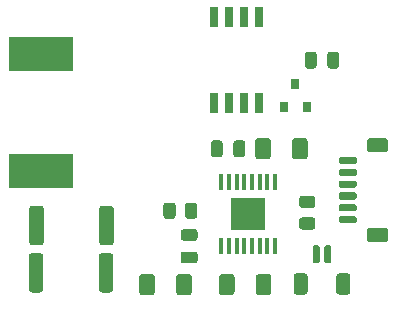
<source format=gbr>
%TF.GenerationSoftware,KiCad,Pcbnew,(5.1.9)-1*%
%TF.CreationDate,2021-04-21T23:55:58+08:00*%
%TF.ProjectId,xhp70-driver,78687037-302d-4647-9269-7665722e6b69,rev?*%
%TF.SameCoordinates,Original*%
%TF.FileFunction,Paste,Top*%
%TF.FilePolarity,Positive*%
%FSLAX46Y46*%
G04 Gerber Fmt 4.6, Leading zero omitted, Abs format (unit mm)*
G04 Created by KiCad (PCBNEW (5.1.9)-1) date 2021-04-21 23:55:58*
%MOMM*%
%LPD*%
G01*
G04 APERTURE LIST*
%ADD10R,0.800000X0.900000*%
%ADD11R,0.650000X1.700000*%
%ADD12R,2.940000X2.720000*%
%ADD13R,0.350000X1.400000*%
%ADD14R,5.400000X2.900000*%
G04 APERTURE END LIST*
D10*
%TO.C,U3*%
X146000000Y-58000000D03*
X146950000Y-60000000D03*
X145050000Y-60000000D03*
%TD*%
%TO.C,C8*%
G36*
G01*
X148700000Y-56475000D02*
X148700000Y-55525000D01*
G75*
G02*
X148950000Y-55275000I250000J0D01*
G01*
X149450000Y-55275000D01*
G75*
G02*
X149700000Y-55525000I0J-250000D01*
G01*
X149700000Y-56475000D01*
G75*
G02*
X149450000Y-56725000I-250000J0D01*
G01*
X148950000Y-56725000D01*
G75*
G02*
X148700000Y-56475000I0J250000D01*
G01*
G37*
G36*
G01*
X146800000Y-56475000D02*
X146800000Y-55525000D01*
G75*
G02*
X147050000Y-55275000I250000J0D01*
G01*
X147550000Y-55275000D01*
G75*
G02*
X147800000Y-55525000I0J-250000D01*
G01*
X147800000Y-56475000D01*
G75*
G02*
X147550000Y-56725000I-250000J0D01*
G01*
X147050000Y-56725000D01*
G75*
G02*
X146800000Y-56475000I0J250000D01*
G01*
G37*
%TD*%
%TO.C,J2*%
G36*
G01*
X152299999Y-70200000D02*
X153600001Y-70200000D01*
G75*
G02*
X153850000Y-70449999I0J-249999D01*
G01*
X153850000Y-71150001D01*
G75*
G02*
X153600001Y-71400000I-249999J0D01*
G01*
X152299999Y-71400000D01*
G75*
G02*
X152050000Y-71150001I0J249999D01*
G01*
X152050000Y-70449999D01*
G75*
G02*
X152299999Y-70200000I249999J0D01*
G01*
G37*
G36*
G01*
X152299999Y-62600000D02*
X153600001Y-62600000D01*
G75*
G02*
X153850000Y-62849999I0J-249999D01*
G01*
X153850000Y-63550001D01*
G75*
G02*
X153600001Y-63800000I-249999J0D01*
G01*
X152299999Y-63800000D01*
G75*
G02*
X152050000Y-63550001I0J249999D01*
G01*
X152050000Y-62849999D01*
G75*
G02*
X152299999Y-62600000I249999J0D01*
G01*
G37*
G36*
G01*
X149800000Y-69200000D02*
X151050000Y-69200000D01*
G75*
G02*
X151200000Y-69350000I0J-150000D01*
G01*
X151200000Y-69650000D01*
G75*
G02*
X151050000Y-69800000I-150000J0D01*
G01*
X149800000Y-69800000D01*
G75*
G02*
X149650000Y-69650000I0J150000D01*
G01*
X149650000Y-69350000D01*
G75*
G02*
X149800000Y-69200000I150000J0D01*
G01*
G37*
G36*
G01*
X149800000Y-68200000D02*
X151050000Y-68200000D01*
G75*
G02*
X151200000Y-68350000I0J-150000D01*
G01*
X151200000Y-68650000D01*
G75*
G02*
X151050000Y-68800000I-150000J0D01*
G01*
X149800000Y-68800000D01*
G75*
G02*
X149650000Y-68650000I0J150000D01*
G01*
X149650000Y-68350000D01*
G75*
G02*
X149800000Y-68200000I150000J0D01*
G01*
G37*
G36*
G01*
X149800000Y-67200000D02*
X151050000Y-67200000D01*
G75*
G02*
X151200000Y-67350000I0J-150000D01*
G01*
X151200000Y-67650000D01*
G75*
G02*
X151050000Y-67800000I-150000J0D01*
G01*
X149800000Y-67800000D01*
G75*
G02*
X149650000Y-67650000I0J150000D01*
G01*
X149650000Y-67350000D01*
G75*
G02*
X149800000Y-67200000I150000J0D01*
G01*
G37*
G36*
G01*
X149800000Y-66200000D02*
X151050000Y-66200000D01*
G75*
G02*
X151200000Y-66350000I0J-150000D01*
G01*
X151200000Y-66650000D01*
G75*
G02*
X151050000Y-66800000I-150000J0D01*
G01*
X149800000Y-66800000D01*
G75*
G02*
X149650000Y-66650000I0J150000D01*
G01*
X149650000Y-66350000D01*
G75*
G02*
X149800000Y-66200000I150000J0D01*
G01*
G37*
G36*
G01*
X149800000Y-65200000D02*
X151050000Y-65200000D01*
G75*
G02*
X151200000Y-65350000I0J-150000D01*
G01*
X151200000Y-65650000D01*
G75*
G02*
X151050000Y-65800000I-150000J0D01*
G01*
X149800000Y-65800000D01*
G75*
G02*
X149650000Y-65650000I0J150000D01*
G01*
X149650000Y-65350000D01*
G75*
G02*
X149800000Y-65200000I150000J0D01*
G01*
G37*
G36*
G01*
X149800000Y-64200000D02*
X151050000Y-64200000D01*
G75*
G02*
X151200000Y-64350000I0J-150000D01*
G01*
X151200000Y-64650000D01*
G75*
G02*
X151050000Y-64800000I-150000J0D01*
G01*
X149800000Y-64800000D01*
G75*
G02*
X149650000Y-64650000I0J150000D01*
G01*
X149650000Y-64350000D01*
G75*
G02*
X149800000Y-64200000I150000J0D01*
G01*
G37*
%TD*%
D11*
%TO.C,U2*%
X139095000Y-52350000D03*
X140365000Y-52350000D03*
X141635000Y-52350000D03*
X142905000Y-52350000D03*
X142905000Y-59650000D03*
X141635000Y-59650000D03*
X140365000Y-59650000D03*
X139095000Y-59650000D03*
%TD*%
D12*
%TO.C,U1*%
X142000000Y-69000000D03*
D13*
X139725000Y-66300000D03*
X139725000Y-71700000D03*
X140375000Y-66300000D03*
X140375000Y-71700000D03*
X141025000Y-66300000D03*
X141025000Y-71700000D03*
X141675000Y-66300000D03*
X141675000Y-71700000D03*
X142325000Y-66300000D03*
X142325000Y-71700000D03*
X142975000Y-66300000D03*
X142975000Y-71700000D03*
X143625000Y-66300000D03*
X143625000Y-71700000D03*
X144275000Y-66300000D03*
X144275000Y-71700000D03*
%TD*%
%TO.C,R5*%
G36*
G01*
X147050000Y-74299999D02*
X147050000Y-75600001D01*
G75*
G02*
X146800001Y-75850000I-249999J0D01*
G01*
X146099999Y-75850000D01*
G75*
G02*
X145850000Y-75600001I0J249999D01*
G01*
X145850000Y-74299999D01*
G75*
G02*
X146099999Y-74050000I249999J0D01*
G01*
X146800001Y-74050000D01*
G75*
G02*
X147050000Y-74299999I0J-249999D01*
G01*
G37*
G36*
G01*
X150650000Y-74299999D02*
X150650000Y-75600001D01*
G75*
G02*
X150400001Y-75850000I-249999J0D01*
G01*
X149699999Y-75850000D01*
G75*
G02*
X149450000Y-75600001I0J249999D01*
G01*
X149450000Y-74299999D01*
G75*
G02*
X149699999Y-74050000I249999J0D01*
G01*
X150400001Y-74050000D01*
G75*
G02*
X150650000Y-74299999I0J-249999D01*
G01*
G37*
G36*
G01*
X148050000Y-71800000D02*
X148050000Y-73050000D01*
G75*
G02*
X147900000Y-73200000I-150000J0D01*
G01*
X147600000Y-73200000D01*
G75*
G02*
X147450000Y-73050000I0J150000D01*
G01*
X147450000Y-71800000D01*
G75*
G02*
X147600000Y-71650000I150000J0D01*
G01*
X147900000Y-71650000D01*
G75*
G02*
X148050000Y-71800000I0J-150000D01*
G01*
G37*
G36*
G01*
X149050000Y-71800000D02*
X149050000Y-73050000D01*
G75*
G02*
X148900000Y-73200000I-150000J0D01*
G01*
X148600000Y-73200000D01*
G75*
G02*
X148450000Y-73050000I0J150000D01*
G01*
X148450000Y-71800000D01*
G75*
G02*
X148600000Y-71650000I150000J0D01*
G01*
X148900000Y-71650000D01*
G75*
G02*
X149050000Y-71800000I0J-150000D01*
G01*
G37*
%TD*%
%TO.C,R4*%
G36*
G01*
X147450002Y-68512500D02*
X146549998Y-68512500D01*
G75*
G02*
X146300000Y-68262502I0J249998D01*
G01*
X146300000Y-67737498D01*
G75*
G02*
X146549998Y-67487500I249998J0D01*
G01*
X147450002Y-67487500D01*
G75*
G02*
X147700000Y-67737498I0J-249998D01*
G01*
X147700000Y-68262502D01*
G75*
G02*
X147450002Y-68512500I-249998J0D01*
G01*
G37*
G36*
G01*
X147450002Y-70337500D02*
X146549998Y-70337500D01*
G75*
G02*
X146300000Y-70087502I0J249998D01*
G01*
X146300000Y-69562498D01*
G75*
G02*
X146549998Y-69312500I249998J0D01*
G01*
X147450002Y-69312500D01*
G75*
G02*
X147700000Y-69562498I0J-249998D01*
G01*
X147700000Y-70087502D01*
G75*
G02*
X147450002Y-70337500I-249998J0D01*
G01*
G37*
%TD*%
%TO.C,R3*%
G36*
G01*
X136650000Y-69200002D02*
X136650000Y-68299998D01*
G75*
G02*
X136899998Y-68050000I249998J0D01*
G01*
X137425002Y-68050000D01*
G75*
G02*
X137675000Y-68299998I0J-249998D01*
G01*
X137675000Y-69200002D01*
G75*
G02*
X137425002Y-69450000I-249998J0D01*
G01*
X136899998Y-69450000D01*
G75*
G02*
X136650000Y-69200002I0J249998D01*
G01*
G37*
G36*
G01*
X134825000Y-69200002D02*
X134825000Y-68299998D01*
G75*
G02*
X135074998Y-68050000I249998J0D01*
G01*
X135600002Y-68050000D01*
G75*
G02*
X135850000Y-68299998I0J-249998D01*
G01*
X135850000Y-69200002D01*
G75*
G02*
X135600002Y-69450000I-249998J0D01*
G01*
X135074998Y-69450000D01*
G75*
G02*
X134825000Y-69200002I0J249998D01*
G01*
G37*
%TD*%
%TO.C,R2*%
G36*
G01*
X124687500Y-68574999D02*
X124687500Y-71425001D01*
G75*
G02*
X124437501Y-71675000I-249999J0D01*
G01*
X123712499Y-71675000D01*
G75*
G02*
X123462500Y-71425001I0J249999D01*
G01*
X123462500Y-68574999D01*
G75*
G02*
X123712499Y-68325000I249999J0D01*
G01*
X124437501Y-68325000D01*
G75*
G02*
X124687500Y-68574999I0J-249999D01*
G01*
G37*
G36*
G01*
X130612500Y-68574999D02*
X130612500Y-71425001D01*
G75*
G02*
X130362501Y-71675000I-249999J0D01*
G01*
X129637499Y-71675000D01*
G75*
G02*
X129387500Y-71425001I0J249999D01*
G01*
X129387500Y-68574999D01*
G75*
G02*
X129637499Y-68325000I249999J0D01*
G01*
X130362501Y-68325000D01*
G75*
G02*
X130612500Y-68574999I0J-249999D01*
G01*
G37*
%TD*%
%TO.C,R1*%
G36*
G01*
X124650000Y-72574999D02*
X124650000Y-75425001D01*
G75*
G02*
X124400001Y-75675000I-249999J0D01*
G01*
X123674999Y-75675000D01*
G75*
G02*
X123425000Y-75425001I0J249999D01*
G01*
X123425000Y-72574999D01*
G75*
G02*
X123674999Y-72325000I249999J0D01*
G01*
X124400001Y-72325000D01*
G75*
G02*
X124650000Y-72574999I0J-249999D01*
G01*
G37*
G36*
G01*
X130575000Y-72574999D02*
X130575000Y-75425001D01*
G75*
G02*
X130325001Y-75675000I-249999J0D01*
G01*
X129599999Y-75675000D01*
G75*
G02*
X129350000Y-75425001I0J249999D01*
G01*
X129350000Y-72574999D01*
G75*
G02*
X129599999Y-72325000I249999J0D01*
G01*
X130325001Y-72325000D01*
G75*
G02*
X130575000Y-72574999I0J-249999D01*
G01*
G37*
%TD*%
D14*
%TO.C,L1*%
X124500000Y-55500000D03*
X124500000Y-65400000D03*
%TD*%
%TO.C,C6*%
G36*
G01*
X139850000Y-63025000D02*
X139850000Y-63975000D01*
G75*
G02*
X139600000Y-64225000I-250000J0D01*
G01*
X139100000Y-64225000D01*
G75*
G02*
X138850000Y-63975000I0J250000D01*
G01*
X138850000Y-63025000D01*
G75*
G02*
X139100000Y-62775000I250000J0D01*
G01*
X139600000Y-62775000D01*
G75*
G02*
X139850000Y-63025000I0J-250000D01*
G01*
G37*
G36*
G01*
X141750000Y-63025000D02*
X141750000Y-63975000D01*
G75*
G02*
X141500000Y-64225000I-250000J0D01*
G01*
X141000000Y-64225000D01*
G75*
G02*
X140750000Y-63975000I0J250000D01*
G01*
X140750000Y-63025000D01*
G75*
G02*
X141000000Y-62775000I250000J0D01*
G01*
X141500000Y-62775000D01*
G75*
G02*
X141750000Y-63025000I0J-250000D01*
G01*
G37*
%TD*%
%TO.C,C5*%
G36*
G01*
X136525000Y-72200000D02*
X137475000Y-72200000D01*
G75*
G02*
X137725000Y-72450000I0J-250000D01*
G01*
X137725000Y-72950000D01*
G75*
G02*
X137475000Y-73200000I-250000J0D01*
G01*
X136525000Y-73200000D01*
G75*
G02*
X136275000Y-72950000I0J250000D01*
G01*
X136275000Y-72450000D01*
G75*
G02*
X136525000Y-72200000I250000J0D01*
G01*
G37*
G36*
G01*
X136525000Y-70300000D02*
X137475000Y-70300000D01*
G75*
G02*
X137725000Y-70550000I0J-250000D01*
G01*
X137725000Y-71050000D01*
G75*
G02*
X137475000Y-71300000I-250000J0D01*
G01*
X136525000Y-71300000D01*
G75*
G02*
X136275000Y-71050000I0J250000D01*
G01*
X136275000Y-70550000D01*
G75*
G02*
X136525000Y-70300000I250000J0D01*
G01*
G37*
%TD*%
%TO.C,C4*%
G36*
G01*
X145712500Y-64150003D02*
X145712500Y-62849997D01*
G75*
G02*
X145962497Y-62600000I249997J0D01*
G01*
X146787503Y-62600000D01*
G75*
G02*
X147037500Y-62849997I0J-249997D01*
G01*
X147037500Y-64150003D01*
G75*
G02*
X146787503Y-64400000I-249997J0D01*
G01*
X145962497Y-64400000D01*
G75*
G02*
X145712500Y-64150003I0J249997D01*
G01*
G37*
G36*
G01*
X142587500Y-64150003D02*
X142587500Y-62849997D01*
G75*
G02*
X142837497Y-62600000I249997J0D01*
G01*
X143662503Y-62600000D01*
G75*
G02*
X143912500Y-62849997I0J-249997D01*
G01*
X143912500Y-64150003D01*
G75*
G02*
X143662503Y-64400000I-249997J0D01*
G01*
X142837497Y-64400000D01*
G75*
G02*
X142587500Y-64150003I0J249997D01*
G01*
G37*
%TD*%
%TO.C,C3*%
G36*
G01*
X135900000Y-75650003D02*
X135900000Y-74349997D01*
G75*
G02*
X136149997Y-74100000I249997J0D01*
G01*
X136975003Y-74100000D01*
G75*
G02*
X137225000Y-74349997I0J-249997D01*
G01*
X137225000Y-75650003D01*
G75*
G02*
X136975003Y-75900000I-249997J0D01*
G01*
X136149997Y-75900000D01*
G75*
G02*
X135900000Y-75650003I0J249997D01*
G01*
G37*
G36*
G01*
X132775000Y-75650003D02*
X132775000Y-74349997D01*
G75*
G02*
X133024997Y-74100000I249997J0D01*
G01*
X133850003Y-74100000D01*
G75*
G02*
X134100000Y-74349997I0J-249997D01*
G01*
X134100000Y-75650003D01*
G75*
G02*
X133850003Y-75900000I-249997J0D01*
G01*
X133024997Y-75900000D01*
G75*
G02*
X132775000Y-75650003I0J249997D01*
G01*
G37*
%TD*%
%TO.C,C2*%
G36*
G01*
X142650000Y-75650003D02*
X142650000Y-74349997D01*
G75*
G02*
X142899997Y-74100000I249997J0D01*
G01*
X143725003Y-74100000D01*
G75*
G02*
X143975000Y-74349997I0J-249997D01*
G01*
X143975000Y-75650003D01*
G75*
G02*
X143725003Y-75900000I-249997J0D01*
G01*
X142899997Y-75900000D01*
G75*
G02*
X142650000Y-75650003I0J249997D01*
G01*
G37*
G36*
G01*
X139525000Y-75650003D02*
X139525000Y-74349997D01*
G75*
G02*
X139774997Y-74100000I249997J0D01*
G01*
X140600003Y-74100000D01*
G75*
G02*
X140850000Y-74349997I0J-249997D01*
G01*
X140850000Y-75650003D01*
G75*
G02*
X140600003Y-75900000I-249997J0D01*
G01*
X139774997Y-75900000D01*
G75*
G02*
X139525000Y-75650003I0J249997D01*
G01*
G37*
%TD*%
M02*

</source>
